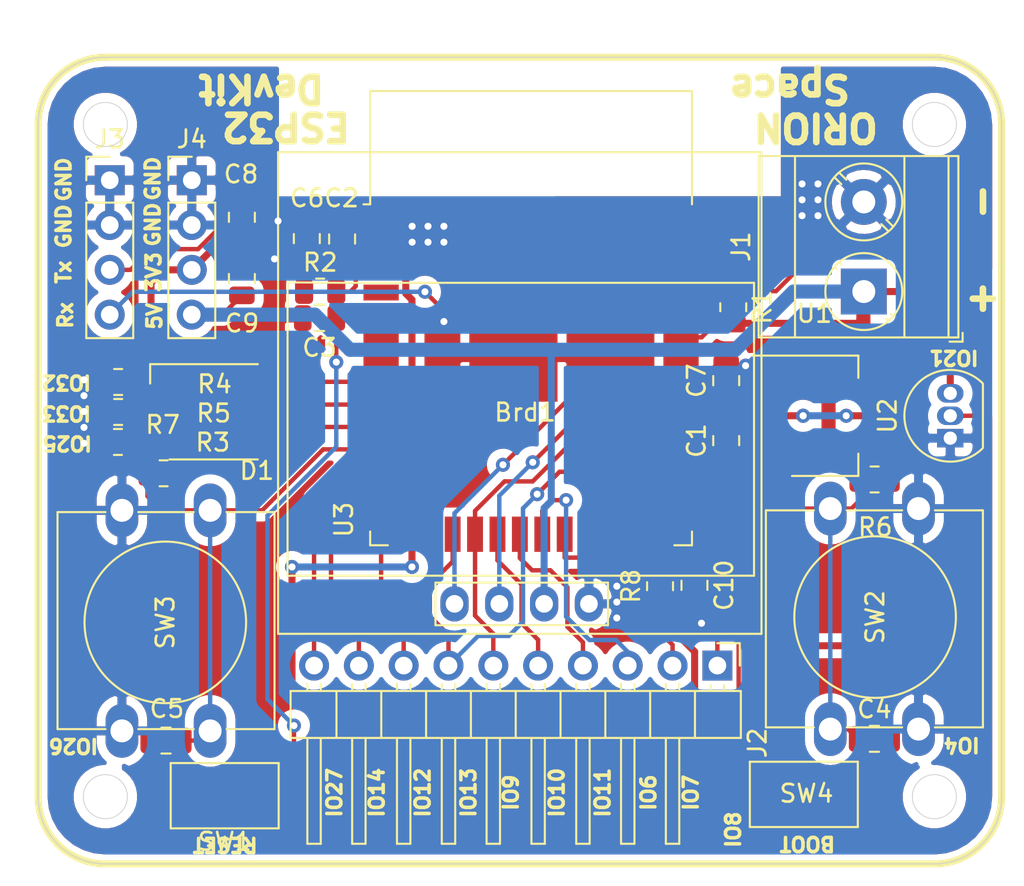
<source format=kicad_pcb>
(kicad_pcb (version 20171130) (host pcbnew "(5.1.9)-1")
  (layers (0 F.Cu signal) (31 B.Cu signal) (34 B.Paste user) (35 F.Paste user) (36 B.SilkS user) (37 F.SilkS user) (38 B.Mask user) (39 F.Mask user) (44 Edge.Cuts user))
  (net 0 "")
  (net 1 +3V3)
  (net 2 +5V)
  (net 3 GND)
  (net 4 /reset)
  (net 5 /scl)
  (net 6 /sda)
  (net 7 /rx)
  (net 8 /tx)
  (net 9 "Net-(D1-Pad1)")
  (net 10 "Net-(D1-Pad2)")
  (net 11 "Net-(D1-Pad3)")
  (net 12 /i022)
  (net 13 /i021)
  (net 14 /i020)
  (net 15 /i019)
  (net 16 /i018)
  (net 17 /i017)
  (net 18 /i016)
  (net 19 /i014)
  (net 20 /i013)
  (net 21 /i012)
  (net 22 /boot)
  (net 23 /io10)
  (net 24 /io9)
  (net 25 /io8)
  (net 26 /io26)
  (net 27 /io11)
  (net 28 /io33)
  (module Package_TO_SOT_SMD:SOT-223-3_TabPin2 (layer F.Cu) (at 196.98 66.04)
    (fp_text reference U1 (at -0.58 -5.79) (layer F.SilkS))
    (fp_text value AMS1117-3.3)
    (pad 2 smd rect (at 3.15 0) (size 2 3.8) (layers F.Cu F.Paste F.Mask) (net 1 +3V3))
    (pad 2 smd rect (at -3.15 0) (size 2 1.5) (layers F.Cu F.Paste F.Mask) (net 1 +3V3))
    (pad 3 smd rect (at -3.15 2.3) (size 2 1.5) (layers F.Cu F.Paste F.Mask) (net 2 +5V))
    (pad 1 smd rect (at -3.15 -2.3) (size 2 1.5) (layers F.Cu F.Paste F.Mask) (net 3 GND))
  )
  (module Connector_PinHeader_2.54mm:PinHeader_1x10_P2.54mm_Horizontal (layer F.Cu) (at 190.9 80.2 270)
    (fp_text reference J2 (at 4.385 -2.27 270) (layer F.SilkS))
    (fp_text value io_extenion)
    (pad 1 thru_hole rect (at 0 0 270) (size 1.7 1.7) (drill 1) (layers *.Cu *.Mask) (net 12 /i022))
    (pad 2 thru_hole oval (at 0 2.54 270) (size 1.7 1.7) (drill 1) (layers *.Cu *.Mask) (net 13 /i021))
    (pad 3 thru_hole oval (at 0 5.08 270) (size 1.7 1.7) (drill 1) (layers *.Cu *.Mask) (net 14 /i020))
    (pad 4 thru_hole oval (at 0 7.62 270) (size 1.7 1.7) (drill 1) (layers *.Cu *.Mask) (net 15 /i019))
    (pad 5 thru_hole oval (at 0 10.16 270) (size 1.7 1.7) (drill 1) (layers *.Cu *.Mask) (net 16 /i018))
    (pad 6 thru_hole oval (at 0 12.7 270) (size 1.7 1.7) (drill 1) (layers *.Cu *.Mask) (net 17 /i017))
    (pad 7 thru_hole oval (at 0 15.24 270) (size 1.7 1.7) (drill 1) (layers *.Cu *.Mask) (net 18 /i016))
    (pad 8 thru_hole oval (at 0 17.78 270) (size 1.7 1.7) (drill 1) (layers *.Cu *.Mask) (net 19 /i014))
    (pad 9 thru_hole oval (at 0 20.32 270) (size 1.7 1.7) (drill 1) (layers *.Cu *.Mask) (net 20 /i013))
    (pad 10 thru_hole oval (at 0 22.86 270) (size 1.7 1.7) (drill 1) (layers *.Cu *.Mask) (net 21 /i012))
  )
  (module Resistor_SMD:R_0805_2012Metric (layer F.Cu) (at 199.812 69.65)
    (fp_text reference R6 (at 0.0375 2.7) (layer F.SilkS))
    (fp_text value R)
    (pad 2 smd roundrect (at 0.9125 0) (size 1.025 1.4) (layers F.Cu F.Paste F.Mask) (roundrect_rratio 0.2439014634146341) (net 1 +3V3))
    (pad 1 smd roundrect (at -0.9125 0) (size 1.025 1.4) (layers F.Cu F.Paste F.Mask) (roundrect_rratio 0.2439014634146341) (net 26 /io26))
  )
  (module Package_TO_SOT_THT:TO-92_Inline (layer F.Cu) (at 204.1 67.31 90)
    (fp_text reference U2 (at 1.27 -3.56 90) (layer F.SilkS))
    (fp_text value DS18B20)
    (pad 2 thru_hole oval (at 1.27 0 90) (size 1.05 1.5) (drill 0.75) (layers *.Cu *.Mask) (net 28 /io33))
    (pad 3 thru_hole oval (at 2.54 0 90) (size 1.05 1.5) (drill 0.75) (layers *.Cu *.Mask) (net 2 +5V))
    (pad 1 thru_hole rect (at 0 0 90) (size 1.05 1.5) (drill 0.75) (layers *.Cu *.Mask) (net 3 GND))
  )
  (module RF_Module:ESP32-WROOM-32 (layer F.Cu) (at 180.34 63.5)
    (fp_text reference U3 (at -10.61 8.43 90) (layer F.SilkS))
    (fp_text value ESP32-WROOM-32)
    (pad 39 smd rect (at -1 -0.755) (size 5 5) (layers F.Cu F.Paste F.Mask) (net 3 GND))
    (pad 1 smd rect (at -8.5 -8.255) (size 2 0.9) (layers F.Cu F.Paste F.Mask) (net 3 GND))
    (pad 2 smd rect (at -8.5 -6.985) (size 2 0.9) (layers F.Cu F.Paste F.Mask) (net 1 +3V3))
    (pad 3 smd rect (at -8.5 -5.715) (size 2 0.9) (layers F.Cu F.Paste F.Mask) (net 4 /reset))
    (pad 4 smd rect (at -8.5 -4.445) (size 2 0.9) (layers F.Cu F.Paste F.Mask))
    (pad 5 smd rect (at -8.5 -3.175) (size 2 0.9) (layers F.Cu F.Paste F.Mask))
    (pad 6 smd rect (at -8.5 -1.905) (size 2 0.9) (layers F.Cu F.Paste F.Mask))
    (pad 7 smd rect (at -8.5 -0.635) (size 2 0.9) (layers F.Cu F.Paste F.Mask))
    (pad 8 smd rect (at -8.5 0.635) (size 2 0.9) (layers F.Cu F.Paste F.Mask) (net 25 /io8))
    (pad 9 smd rect (at -8.5 1.905) (size 2 0.9) (layers F.Cu F.Paste F.Mask) (net 24 /io9))
    (pad 10 smd rect (at -8.5 3.175) (size 2 0.9) (layers F.Cu F.Paste F.Mask) (net 23 /io10))
    (pad 11 smd rect (at -8.5 4.445) (size 2 0.9) (layers F.Cu F.Paste F.Mask) (net 27 /io11))
    (pad 12 smd rect (at -8.5 5.715) (size 2 0.9) (layers F.Cu F.Paste F.Mask) (net 21 /i012))
    (pad 13 smd rect (at -8.5 6.985) (size 2 0.9) (layers F.Cu F.Paste F.Mask) (net 20 /i013))
    (pad 14 smd rect (at -8.5 8.255) (size 2 0.9) (layers F.Cu F.Paste F.Mask) (net 19 /i014))
    (pad 15 smd rect (at -5.715 9.255 90) (size 2 0.9) (layers F.Cu F.Paste F.Mask) (net 3 GND))
    (pad 16 smd rect (at -4.445 9.255 90) (size 2 0.9) (layers F.Cu F.Paste F.Mask) (net 18 /i016))
    (pad 17 smd rect (at -3.175 9.255 90) (size 2 0.9) (layers F.Cu F.Paste F.Mask) (net 17 /i017))
    (pad 18 smd rect (at -1.905 9.255 90) (size 2 0.9) (layers F.Cu F.Paste F.Mask) (net 16 /i018))
    (pad 19 smd rect (at -0.635 9.255 90) (size 2 0.9) (layers F.Cu F.Paste F.Mask) (net 15 /i019))
    (pad 20 smd rect (at 0.635 9.255 90) (size 2 0.9) (layers F.Cu F.Paste F.Mask) (net 14 /i020))
    (pad 21 smd rect (at 1.905 9.255 90) (size 2 0.9) (layers F.Cu F.Paste F.Mask) (net 13 /i021))
    (pad 22 smd rect (at 3.175 9.255 90) (size 2 0.9) (layers F.Cu F.Paste F.Mask) (net 12 /i022))
    (pad 23 smd rect (at 4.445 9.255 90) (size 2 0.9) (layers F.Cu F.Paste F.Mask))
    (pad 24 smd rect (at 5.715 9.255 90) (size 2 0.9) (layers F.Cu F.Paste F.Mask))
    (pad 25 smd rect (at 8.5 8.255) (size 2 0.9) (layers F.Cu F.Paste F.Mask) (net 22 /boot))
    (pad 26 smd rect (at 8.5 6.985) (size 2 0.9) (layers F.Cu F.Paste F.Mask) (net 26 /io26))
    (pad 27 smd rect (at 8.5 5.715) (size 2 0.9) (layers F.Cu F.Paste F.Mask) (net 18 /i016))
    (pad 28 smd rect (at 8.5 4.445) (size 2 0.9) (layers F.Cu F.Paste F.Mask) (net 17 /i017))
    (pad 29 smd rect (at 8.5 3.175) (size 2 0.9) (layers F.Cu F.Paste F.Mask))
    (pad 30 smd rect (at 8.5 1.905) (size 2 0.9) (layers F.Cu F.Paste F.Mask) (net 5 /scl))
    (pad 31 smd rect (at 8.5 0.635) (size 2 0.9) (layers F.Cu F.Paste F.Mask) (net 6 /sda))
    (pad 32 smd rect (at 8.5 -0.635) (size 2 0.9) (layers F.Cu F.Paste F.Mask))
    (pad 33 smd rect (at 8.5 -1.905) (size 2 0.9) (layers F.Cu F.Paste F.Mask) (net 28 /io33))
    (pad 34 smd rect (at 8.5 -3.175) (size 2 0.9) (layers F.Cu F.Paste F.Mask) (net 7 /rx))
    (pad 35 smd rect (at 8.5 -4.445) (size 2 0.9) (layers F.Cu F.Paste F.Mask) (net 8 /tx))
    (pad 36 smd rect (at 8.5 -5.715) (size 2 0.9) (layers F.Cu F.Paste F.Mask))
    (pad 37 smd rect (at 8.5 -6.985) (size 2 0.9) (layers F.Cu F.Paste F.Mask))
    (pad 38 smd rect (at 8.5 -8.255) (size 2 0.9) (layers F.Cu F.Paste F.Mask) (net 3 GND))
  )
  (module Capacitor_SMD:C_0805_2012Metric (layer F.Cu) (at 191.4 67.45 90)
    (fp_text reference C1 (at 0 -1.68 90) (layer F.SilkS))
    (fp_text value C)
    (pad 2 smd roundrect (at 0.95 0 90) (size 1 1.45) (layers F.Cu F.Paste F.Mask) (net 3 GND))
    (pad 1 smd roundrect (at -0.95 0 90) (size 1 1.45) (layers F.Cu F.Paste F.Mask) (net 2 +5V))
  )
  (module Capacitor_SMD:C_0805_2012Metric (layer F.Cu) (at 169.63 56.02 90)
    (fp_text reference C2 (at 2.32 -0.03 180) (layer F.SilkS))
    (fp_text value C)
    (pad 1 smd roundrect (at -0.95 0 90) (size 1 1.45) (layers F.Cu F.Paste F.Mask) (net 1 +3V3))
    (pad 2 smd roundrect (at 0.95 0 90) (size 1 1.45) (layers F.Cu F.Paste F.Mask) (net 3 GND))
  )
  (module Capacitor_SMD:C_0805_2012Metric (layer F.Cu) (at 199.8 84.35)
    (fp_text reference C4 (at 0 -1.68) (layer F.SilkS))
    (fp_text value C)
    (pad 1 smd roundrect (at -0.95 0) (size 1 1.45) (layers F.Cu F.Paste F.Mask) (net 26 /io26))
    (pad 2 smd roundrect (at 0.95 0) (size 1 1.45) (layers F.Cu F.Paste F.Mask) (net 3 GND))
  )
  (module Capacitor_SMD:C_0805_2012Metric (layer F.Cu) (at 159.65 84.45 180)
    (fp_text reference C5 (at -0.05 1.8) (layer F.SilkS))
    (fp_text value C)
    (pad 2 smd roundrect (at 0.95 0 180) (size 1 1.45) (layers F.Cu F.Paste F.Mask) (net 3 GND))
    (pad 1 smd roundrect (at -0.95 0 180) (size 1 1.45) (layers F.Cu F.Paste F.Mask) (net 27 /io11))
  )
  (module LED_SMD:LED_RGB_5050-6 (layer F.Cu) (at 162.35 65.815)
    (fp_text reference D1 (at 2.45 3.335 180) (layer F.SilkS))
    (fp_text value LED_RGB)
    (pad 1 smd rect (at -2.4 -1.7 90) (size 1.1 2) (layers F.Cu F.Paste F.Mask) (net 9 "Net-(D1-Pad1)"))
    (pad 2 smd rect (at -2.4 0 90) (size 1.1 2) (layers F.Cu F.Paste F.Mask) (net 10 "Net-(D1-Pad2)"))
    (pad 3 smd rect (at -2.4 1.7 90) (size 1.1 2) (layers F.Cu F.Paste F.Mask) (net 11 "Net-(D1-Pad3)"))
    (pad 4 smd rect (at 2.4 1.7 90) (size 1.1 2) (layers F.Cu F.Paste F.Mask) (net 23 /io10))
    (pad 5 smd rect (at 2.4 0 90) (size 1.1 2) (layers F.Cu F.Paste F.Mask) (net 24 /io9))
    (pad 6 smd rect (at 2.4 -1.7 90) (size 1.1 2) (layers F.Cu F.Paste F.Mask) (net 25 /io8))
  )
  (module TerminalBlock_Phoenix:TerminalBlock_Phoenix_MKDS-3-2-5.08_1x02_P5.08mm_Horizontal (layer F.Cu) (at 199.2 59 90)
    (fp_text reference J1 (at 2.54 -6.96 90) (layer F.SilkS))
    (fp_text value power_input)
    (pad 1 thru_hole rect (at 0 0 90) (size 2.6 2.6) (drill 1.3) (layers *.Cu *.Mask) (net 2 +5V))
    (pad 2 thru_hole circle (at 5.08 0 90) (size 2.6 2.6) (drill 1.3) (layers *.Cu *.Mask) (net 3 GND))
  )
  (module Resistor_SMD:R_0805_2012Metric (layer F.Cu) (at 191.8 59.8875 270)
    (fp_text reference R1 (at 0 -1.65 90) (layer F.SilkS))
    (fp_text value 4.7k)
    (pad 1 smd roundrect (at -0.9125 0 270) (size 1.025 1.4) (layers F.Cu F.Paste F.Mask) (roundrect_rratio 0.2439014634146341) (net 28 /io33))
    (pad 2 smd roundrect (at 0.9125 0 270) (size 1.025 1.4) (layers F.Cu F.Paste F.Mask) (roundrect_rratio 0.2439014634146341) (net 2 +5V))
  )
  (module Resistor_SMD:R_0805_2012Metric (layer F.Cu) (at 156.925 67.525)
    (fp_text reference R3 (at 5.375 0.025) (layer F.SilkS))
    (fp_text value 220R)
    (pad 2 smd roundrect (at 0.9125 0) (size 1.025 1.4) (layers F.Cu F.Paste F.Mask) (roundrect_rratio 0.2439014634146341) (net 11 "Net-(D1-Pad3)"))
    (pad 1 smd roundrect (at -0.9125 0) (size 1.025 1.4) (layers F.Cu F.Paste F.Mask) (roundrect_rratio 0.2439014634146341) (net 3 GND))
  )
  (module Resistor_SMD:R_0805_2012Metric (layer F.Cu) (at 156.938 65.825)
    (fp_text reference R4 (at 5.4625 -1.575) (layer F.SilkS))
    (fp_text value 220R)
    (pad 1 smd roundrect (at -0.9125 0) (size 1.025 1.4) (layers F.Cu F.Paste F.Mask) (roundrect_rratio 0.2439014634146341) (net 3 GND))
    (pad 2 smd roundrect (at 0.9125 0) (size 1.025 1.4) (layers F.Cu F.Paste F.Mask) (roundrect_rratio 0.2439014634146341) (net 10 "Net-(D1-Pad2)"))
  )
  (module Resistor_SMD:R_0805_2012Metric (layer F.Cu) (at 156.938 64.125)
    (fp_text reference R5 (at 5.4125 1.775) (layer F.SilkS))
    (fp_text value 220R)
    (pad 2 smd roundrect (at 0.9125 0) (size 1.025 1.4) (layers F.Cu F.Paste F.Mask) (roundrect_rratio 0.2439014634146341) (net 9 "Net-(D1-Pad1)"))
    (pad 1 smd roundrect (at -0.9125 0) (size 1.025 1.4) (layers F.Cu F.Paste F.Mask) (roundrect_rratio 0.2439014634146341) (net 3 GND))
  )
  (module Resistor_SMD:R_0805_2012Metric (layer F.Cu) (at 159.5125 69.3)
    (fp_text reference R7 (at -0.05 -2.75) (layer F.SilkS))
    (fp_text value R)
    (pad 1 smd roundrect (at -0.9125 0) (size 1.025 1.4) (layers F.Cu F.Paste F.Mask) (roundrect_rratio 0.2439014634146341) (net 27 /io11))
    (pad 2 smd roundrect (at 0.9125 0) (size 1.025 1.4) (layers F.Cu F.Paste F.Mask) (roundrect_rratio 0.2439014634146341) (net 1 +3V3))
  )
  (module Button_Switch_THT:SW_PUSH-12mm (layer F.Cu) (at 197.3 83.8 90)
    (fp_text reference SW2 (at 6.35 2.54 90) (layer F.SilkS))
    (fp_text value SW_Push)
    (pad 1 thru_hole oval (at 12.5 0 90) (size 3.048 1.85) (drill 1.3) (layers *.Cu *.Mask) (net 26 /io26))
    (pad 2 thru_hole oval (at 12.5 5 90) (size 3.048 1.85) (drill 1.3) (layers *.Cu *.Mask) (net 3 GND))
    (pad 1 thru_hole oval (at 0 0 90) (size 3.048 1.85) (drill 1.3) (layers *.Cu *.Mask) (net 26 /io26))
    (pad 2 thru_hole oval (at 0 5 90) (size 3.048 1.85) (drill 1.3) (layers *.Cu *.Mask) (net 3 GND))
  )
  (module Button_Switch_THT:SW_PUSH-12mm (layer F.Cu) (at 162.15 71.4 270)
    (fp_text reference SW3 (at 6.35 2.54 90) (layer F.SilkS))
    (fp_text value SW_Push)
    (pad 2 thru_hole oval (at 0 5 270) (size 3.048 1.85) (drill 1.3) (layers *.Cu *.Mask) (net 3 GND))
    (pad 1 thru_hole oval (at 0 0 270) (size 3.048 1.85) (drill 1.3) (layers *.Cu *.Mask) (net 27 /io11))
    (pad 2 thru_hole oval (at 12.5 5 270) (size 3.048 1.85) (drill 1.3) (layers *.Cu *.Mask) (net 3 GND))
    (pad 1 thru_hole oval (at 12.5 0 270) (size 3.048 1.85) (drill 1.3) (layers *.Cu *.Mask) (net 27 /io11))
  )
  (module Capacitor_SMD:C_0805_2012Metric (layer F.Cu) (at 167.63 56 90)
    (fp_text reference C6 (at 2.3 0.02 180) (layer F.SilkS))
    (fp_text value C)
    (pad 1 smd roundrect (at -0.95 0 90) (size 1 1.45) (layers F.Cu F.Paste F.Mask) (net 1 +3V3))
    (pad 2 smd roundrect (at 0.95 0 90) (size 1 1.45) (layers F.Cu F.Paste F.Mask) (net 3 GND))
  )
  (module Capacitor_SMD:C_0805_2012Metric (layer F.Cu) (at 191.4 64.05 90)
    (fp_text reference C7 (at 0 -1.68 90) (layer F.SilkS))
    (fp_text value C)
    (pad 2 smd roundrect (at 0.95 0 90) (size 1 1.45) (layers F.Cu F.Paste F.Mask) (net 3 GND))
    (pad 1 smd roundrect (at -0.95 0 90) (size 1 1.45) (layers F.Cu F.Paste F.Mask) (net 1 +3V3))
  )
  (module Capacitor_SMD:C_0805_2012Metric (layer F.Cu) (at 163.95 54.79 90)
    (fp_text reference C8 (at 2.44 -0.05 180) (layer F.SilkS))
    (fp_text value C)
    (pad 1 smd roundrect (at -0.95 0 90) (size 1 1.45) (layers F.Cu F.Paste F.Mask) (net 1 +3V3))
    (pad 2 smd roundrect (at 0.95 0 90) (size 1 1.45) (layers F.Cu F.Paste F.Mask) (net 3 GND))
  )
  (module Capacitor_SMD:C_0805_2012Metric (layer F.Cu) (at 163.95 58.265 90)
    (fp_text reference C9 (at -2.535 0 180) (layer F.SilkS))
    (fp_text value C)
    (pad 1 smd roundrect (at -0.95 0 90) (size 1 1.45) (layers F.Cu F.Paste F.Mask) (net 2 +5V))
    (pad 2 smd roundrect (at 0.95 0 90) (size 1 1.45) (layers F.Cu F.Paste F.Mask) (net 3 GND))
  )
  (module Connector_PinHeader_2.54mm:PinHeader_1x04_P2.54mm_Vertical (layer F.Cu) (at 156.46 52.69)
    (fp_text reference J3 (at 0 -2.33) (layer F.SilkS))
    (fp_text value power_extension)
    (pad 1 thru_hole rect (at 0 0) (size 1.7 1.7) (drill 1) (layers *.Cu *.Mask) (net 3 GND))
    (pad 2 thru_hole oval (at 0 2.54) (size 1.7 1.7) (drill 1) (layers *.Cu *.Mask) (net 3 GND))
    (pad 3 thru_hole oval (at 0 5.08) (size 1.7 1.7) (drill 1) (layers *.Cu *.Mask) (net 8 /tx))
    (pad 4 thru_hole oval (at 0 7.62) (size 1.7 1.7) (drill 1) (layers *.Cu *.Mask) (net 7 /rx))
  )
  (module Connector_PinHeader_2.54mm:PinHeader_1x04_P2.54mm_Vertical (layer F.Cu) (at 161.11 52.69)
    (fp_text reference J4 (at 0 -2.33) (layer F.SilkS))
    (fp_text value power_extension)
    (pad 4 thru_hole oval (at 0 7.62) (size 1.7 1.7) (drill 1) (layers *.Cu *.Mask) (net 2 +5V))
    (pad 3 thru_hole oval (at 0 5.08) (size 1.7 1.7) (drill 1) (layers *.Cu *.Mask) (net 1 +3V3))
    (pad 2 thru_hole oval (at 0 2.54) (size 1.7 1.7) (drill 1) (layers *.Cu *.Mask) (net 3 GND))
    (pad 1 thru_hole rect (at 0 0) (size 1.7 1.7) (drill 1) (layers *.Cu *.Mask) (net 3 GND))
  )
  (module Capacitor_SMD:C_0805_2012Metric (layer F.Cu) (at 189.6 75.65 270)
    (fp_text reference C10 (at 0 -1.68 90) (layer F.SilkS))
    (fp_text value C)
    (pad 1 smd roundrect (at -0.95 0 270) (size 1 1.45) (layers F.Cu F.Paste F.Mask) (net 22 /boot))
    (pad 2 smd roundrect (at 0.95 0 270) (size 1 1.45) (layers F.Cu F.Paste F.Mask) (net 3 GND))
  )
  (module Resistor_SMD:R_0805_2012Metric (layer F.Cu) (at 187.65 75.7 90)
    (fp_text reference R8 (at 0 -1.65 90) (layer F.SilkS))
    (fp_text value R)
    (pad 1 smd roundrect (at -0.9125 0 90) (size 1.025 1.4) (layers F.Cu F.Paste F.Mask) (roundrect_rratio 0.2439014634146341) (net 1 +3V3))
    (pad 2 smd roundrect (at 0.9125 0 90) (size 1.025 1.4) (layers F.Cu F.Paste F.Mask) (roundrect_rratio 0.2439014634146341) (net 22 /boot))
  )
  (module Button_Switch_SMD:SW_SPST_CK_RS282G05A3 (layer F.Cu) (at 195.8 87.5)
    (fp_text reference SW4 (at 0.15 -0.05) (layer F.SilkS))
    (fp_text value SW_Push)
    (pad 1 smd rect (at -3.9 0) (size 1.5 1.5) (layers F.Cu F.Paste F.Mask) (net 22 /boot))
    (pad 2 smd rect (at 3.9 0) (size 1.5 1.5) (layers F.Cu F.Paste F.Mask) (net 3 GND))
  )
  (module Capacitor_SMD:C_0805_2012Metric (layer F.Cu) (at 168.35 60.5 180)
    (fp_text reference C3 (at 0 -1.68) (layer F.SilkS))
    (fp_text value C)
    (pad 1 smd roundrect (at -0.95 0 180) (size 1 1.45) (layers F.Cu F.Paste F.Mask) (net 4 /reset))
    (pad 2 smd roundrect (at 0.95 0 180) (size 1 1.45) (layers F.Cu F.Paste F.Mask) (net 3 GND))
  )
  (module Resistor_SMD:R_0805_2012Metric (layer F.Cu) (at 168.3875 59)
    (fp_text reference R2 (at 0 -1.65) (layer F.SilkS))
    (fp_text value R)
    (pad 1 smd roundrect (at -0.9125 0) (size 1.025 1.4) (layers F.Cu F.Paste F.Mask) (roundrect_rratio 0.2439014634146341) (net 1 +3V3))
    (pad 2 smd roundrect (at 0.9125 0) (size 1.025 1.4) (layers F.Cu F.Paste F.Mask) (roundrect_rratio 0.2439014634146341) (net 4 /reset))
  )
  (module Button_Switch_SMD:SW_SPST_CK_RS282G05A3 (layer F.Cu) (at 162.974999 87.574999 180)
    (fp_text reference SW1 (at 0 -2.6) (layer F.SilkS))
    (fp_text value SW_Push)
    (pad 1 smd rect (at -3.9 0 180) (size 1.5 1.5) (layers F.Cu F.Paste F.Mask) (net 4 /reset))
    (pad 2 smd rect (at 3.9 0 180) (size 1.5 1.5) (layers F.Cu F.Paste F.Mask) (net 3 GND))
  )
  (module local:oled_ssd1306 (layer F.Cu) (at 180 66.1 180)
    (fp_text reference Brd1 (at 0 0.254) (layer F.SilkS))
    (fp_text value SSD1306)
    (pad 4 thru_hole oval (at 4 -10.6 270) (size 2 1.6) (drill 1) (layers *.Cu *.Mask) (net 6 /sda))
    (pad 3 thru_hole oval (at 1.46 -10.6 270) (size 2 1.6) (drill 1) (layers *.Cu *.Mask) (net 5 /scl))
    (pad 1 thru_hole oval (at -3.62 -10.6 270) (size 2 1.6) (drill 1) (layers *.Cu *.Mask) (net 3 GND))
    (pad 2 thru_hole oval (at -1.08 -10.6 270) (size 2 1.6) (drill 1) (layers *.Cu *.Mask) (net 2 +5V))
  )
  (gr_text DevKit (at 165.05 47.5 180) (layer F.SilkS) (effects (font (size 1.5 1.5) (thickness 0.375))))
  (gr_text ESP32 (at 166.45 49.65 180) (layer F.SilkS) (effects (font (size 1.5 1.5) (thickness 0.375))))
  (gr_text Space (at 195 47.5 180) (layer F.SilkS) (effects (font (size 1.5 1.5) (thickness 0.375))))
  (gr_text "ORION \n" (at 195.9 49.7 180) (layer F.SilkS) (effects (font (size 1.5 1.5) (thickness 0.375))))
  (gr_text - (at 205.85 53.9 90) (layer F.SilkS) (effects (font (size 1.5 1.5) (thickness 0.375))))
  (gr_text + (at 205.95 59.3) (layer F.SilkS) (effects (font (size 1.5 1.5) (thickness 0.375))))
  (gr_text IO21 (at 204.3 62.75 180) (layer F.SilkS) (effects (font (size 0.8 0.8) (thickness 0.2))))
  (gr_text 5V (at 159 60.4 90) (layer F.SilkS) (effects (font (size 0.8 0.8) (thickness 0.2))))
  (gr_text GND (at 158.9 55.2 90) (layer F.SilkS) (effects (font (size 0.8 0.8) (thickness 0.2))))
  (gr_text Rx (at 153.95 60.35 90) (layer F.SilkS) (effects (font (size 0.8 0.8) (thickness 0.2))))
  (gr_text Tx (at 153.85 57.9 90) (layer F.SilkS) (effects (font (size 0.8 0.8) (thickness 0.2))))
  (gr_text GND (at 153.85 52.65 90) (layer F.SilkS) (effects (font (size 0.8 0.8) (thickness 0.2))))
  (gr_text GND (at 153.85 55.3 90) (layer F.SilkS) (effects (font (size 0.8 0.8) (thickness 0.2))))
  (gr_text 3V3 (at 158.95 57.9 90) (layer F.SilkS) (effects (font (size 0.8 0.8) (thickness 0.2))))
  (gr_text GND (at 158.9 52.6 90) (layer F.SilkS) (effects (font (size 0.8 0.8) (thickness 0.2))))
  (gr_text IO33 (at 154 65.9 180) (layer F.SilkS) (effects (font (size 0.8 0.8) (thickness 0.2))))
  (gr_text IO32 (at 154 64.15 180) (layer F.SilkS) (effects (font (size 0.8 0.8) (thickness 0.2))))
  (gr_text IO25 (at 154.05 67.6 180) (layer F.SilkS) (effects (font (size 0.8 0.8) (thickness 0.2))))
  (gr_text IO26 (at 154.4 84.75 180) (layer F.SilkS) (effects (font (size 0.8 0.8) (thickness 0.2))))
  (gr_text IO4 (at 204.75 84.7 180) (layer F.SilkS) (effects (font (size 0.8 0.8) (thickness 0.2))))
  (gr_text IO8 (at 191.8 89.5 90) (layer F.SilkS) (effects (font (size 0.8 0.8) (thickness 0.2))))
  (gr_text IO7 (at 189.4 87.4 90) (layer F.SilkS) (effects (font (size 0.8 0.8) (thickness 0.2))))
  (gr_text IO6 (at 187 87.4 90) (layer F.SilkS) (effects (font (size 0.8 0.8) (thickness 0.2))))
  (gr_text IO11 (at 184.4 87.4 90) (layer F.SilkS) (effects (font (size 0.8 0.8) (thickness 0.2))))
  (gr_text IO10 (at 181.8 87.4 90) (layer F.SilkS) (effects (font (size 0.8 0.8) (thickness 0.2))))
  (gr_text IO9 (at 179.2 87.4 90) (layer F.SilkS) (effects (font (size 0.8 0.8) (thickness 0.2))))
  (gr_text IO13 (at 176.8 87.4 90) (layer F.SilkS) (effects (font (size 0.8 0.8) (thickness 0.2))))
  (gr_text IO12 (at 174.2 87.4 90) (layer F.SilkS) (effects (font (size 0.8 0.8) (thickness 0.2))))
  (gr_text IO14 (at 171.6 87.4 90) (layer F.SilkS) (effects (font (size 0.8 0.8) (thickness 0.2))))
  (gr_text "IO27\n" (at 169.2 87.4 90) (layer F.SilkS) (effects (font (size 0.8 0.8) (thickness 0.2))))
  (gr_text BOOT (at 196 90.3 180) (layer F.SilkS) (effects (font (size 0.8 0.8) (thickness 0.2))))
  (gr_text RESET (at 163 90.35 180) (layer F.SilkS) (effects (font (size 0.8 0.8) (thickness 0.2))))
  (gr_circle (center 156.21 87.63) (end 157.46 87.63) (layer Edge.Cuts) (width 0.05))
  (gr_circle (center 203.2 87.63) (end 204.45 87.63) (layer Edge.Cuts) (width 0.05))
  (gr_circle (center 203.2 49.53) (end 204.45 49.53) (layer Edge.Cuts) (width 0.05))
  (gr_circle (center 156.21 49.53) (end 157.46 49.53) (layer Edge.Cuts) (width 0.05))
  (gr_arc (start 156.21 87.63) (end 152.4 87.63) (angle -90) (layer F.SilkS) (width 0.4))
  (gr_arc (start 203.2 87.63) (end 203.2 91.44) (angle -90) (layer F.SilkS) (width 0.4))
  (gr_arc (start 203.2 49.53) (end 207.01 49.53) (angle -90) (layer F.SilkS) (width 0.4))
  (gr_arc (start 156.21 49.53) (end 156.21 45.72) (angle -90) (layer F.SilkS) (width 0.4))
  (gr_line (start 152.4 87.63) (end 152.4 49.53) (layer F.SilkS) (width 0.4))
  (gr_line (start 203.2 91.44) (end 156.21 91.44) (layer F.SilkS) (width 0.4))
  (gr_line (start 207.01 49.53) (end 207.01 87.63) (layer F.SilkS) (width 0.4))
  (gr_line (start 156.21 45.72) (end 203.2 45.72) (layer F.SilkS) (width 0.4))
  (gr_line (start 152.4 49.53) (end 152.4 87.63) (layer Edge.Cuts) (width 0.05))
  (gr_line (start 156.21 91.44) (end 203.2 91.44) (layer Edge.Cuts) (width 0.05))
  (gr_line (start 207.01 49.53) (end 207.01 87.63) (layer Edge.Cuts) (width 0.05))
  (gr_line (start 156.21 45.72) (end 203.2 45.72) (layer Edge.Cuts) (width 0.05))
  (gr_arc (start 156.21 49.53) (end 156.21 45.72) (angle -90) (layer Edge.Cuts) (width 0.05))
  (gr_arc (start 156.21 87.63) (end 152.4 87.63) (angle -90) (layer Edge.Cuts) (width 0.05))
  (gr_arc (start 203.2 87.63) (end 203.2 91.44) (angle -90) (layer Edge.Cuts) (width 0.05))
  (gr_arc (start 203.2 49.53) (end 207.01 49.53) (angle -90) (layer Edge.Cuts) (width 0.05))
  (segment (start 167.4675 56.95) (end 167.63 56.95) (width 0.25) (layer F.Cu) (net 1))
  (segment (start 167.4675 56.95) (end 167.4675 58.55) (width 0.25) (layer F.Cu) (net 1))
  (segment (start 163.95 55.7581) (end 163.95 55.74) (width 0.25) (layer F.Cu) (net 1))
  (segment (start 169.63 56.97) (end 170.0597 56.97) (width 0.25) (layer F.Cu) (net 1))
  (segment (start 172.5486 56.515) (end 171.84 56.515) (width 0.25) (layer F.Cu) (net 1))
  (segment (start 166.789999 81.289999) (end 166.789999 74.610001) (width 0.4) (layer F.Cu) (net 1))
  (segment (start 174.6 89.1) (end 166.789999 81.289999) (width 0.4) (layer F.Cu) (net 1))
  (via (at 166.789999 74.610001) (size 0.8) (drill 0.4) (layers F.Cu B.Cu) (net 1))
  (segment (start 166.789999 74.610001) (end 173.589999 74.610001) (width 0.4) (layer B.Cu) (net 1))
  (via (at 173.589999 74.610001) (size 0.8) (drill 0.4) (layers F.Cu B.Cu) (net 1))
  (segment (start 172.740002 56.515) (end 171.84 56.515) (width 0.4) (layer F.Cu) (net 1))
  (segment (start 173.240001 57.014999) (end 172.740002 56.515) (width 0.4) (layer F.Cu) (net 1))
  (segment (start 173.240001 59.111993) (end 173.240001 57.014999) (width 0.4) (layer F.Cu) (net 1))
  (segment (start 173.589999 59.461991) (end 173.240001 59.111993) (width 0.4) (layer F.Cu) (net 1))
  (segment (start 173.589999 74.610001) (end 173.589999 59.461991) (width 0.4) (layer F.Cu) (net 1))
  (segment (start 188.3 89.1) (end 174.6 89.1) (width 0.4) (layer F.Cu) (net 1))
  (segment (start 169.63 56.97) (end 170.13 56.97) (width 0.4) (layer F.Cu) (net 1))
  (segment (start 170.585 56.515) (end 171.84 56.515) (width 0.4) (layer F.Cu) (net 1))
  (segment (start 170.13 56.97) (end 170.585 56.515) (width 0.4) (layer F.Cu) (net 1))
  (segment (start 169.61 56.95) (end 169.63 56.97) (width 0.4) (layer F.Cu) (net 1))
  (segment (start 167.63 56.95) (end 169.61 56.95) (width 0.4) (layer F.Cu) (net 1))
  (segment (start 166.784002 56.95) (end 167.63 56.95) (width 0.4) (layer F.Cu) (net 1))
  (segment (start 165.574002 55.74) (end 166.784002 56.95) (width 0.4) (layer F.Cu) (net 1))
  (segment (start 163.95 55.74) (end 165.574002 55.74) (width 0.4) (layer F.Cu) (net 1))
  (segment (start 163.14 55.74) (end 163.95 55.74) (width 0.4) (layer F.Cu) (net 1))
  (segment (start 161.11 57.77) (end 163.14 55.74) (width 0.4) (layer F.Cu) (net 1))
  (segment (start 193.83 66.04) (end 195.76 66.04) (width 0.4) (layer F.Cu) (net 1))
  (via (at 195.76 66.04) (size 0.8) (drill 0.4) (layers F.Cu B.Cu) (net 1))
  (via (at 195.76 66.04) (size 0.8) (drill 0.4) (layers F.Cu B.Cu) (net 1))
  (segment (start 195.76 66.04) (end 198.16 66.04) (width 0.4) (layer B.Cu) (net 1))
  (via (at 198.2 66.04) (size 0.8) (drill 0.4) (layers F.Cu B.Cu) (net 1))
  (segment (start 198.16 66.04) (end 198.2 66.04) (width 0.4) (layer B.Cu) (net 1))
  (segment (start 198.2 66.04) (end 200.13 66.04) (width 0.4) (layer F.Cu) (net 1))
  (segment (start 200.13 66.04) (end 200.13 68.03) (width 0.4) (layer F.Cu) (net 1))
  (segment (start 200.7245 68.6245) (end 200.7245 69.65) (width 0.4) (layer F.Cu) (net 1))
  (segment (start 200.13 68.03) (end 200.7245 68.6245) (width 0.4) (layer F.Cu) (net 1))
  (segment (start 195.2753 86.344702) (end 192.520002 89.1) (width 0.4) (layer F.Cu) (net 1))
  (segment (start 195.2753 79.8247) (end 195.2753 86.344702) (width 0.4) (layer F.Cu) (net 1))
  (segment (start 196.0247 79.0753) (end 195.2753 79.8247) (width 0.4) (layer F.Cu) (net 1))
  (segment (start 200.4247 79.0753) (end 196.0247 79.0753) (width 0.4) (layer F.Cu) (net 1))
  (segment (start 204.2 75.3) (end 200.4247 79.0753) (width 0.4) (layer F.Cu) (net 1))
  (segment (start 204.2 70.3) (end 204.2 75.3) (width 0.4) (layer F.Cu) (net 1))
  (segment (start 202.1 68.2) (end 204.2 70.3) (width 0.4) (layer F.Cu) (net 1))
  (segment (start 202.1 66.6) (end 202.1 68.2) (width 0.4) (layer F.Cu) (net 1))
  (segment (start 201.54 66.04) (end 202.1 66.6) (width 0.4) (layer F.Cu) (net 1))
  (segment (start 200.13 66.04) (end 201.54 66.04) (width 0.4) (layer F.Cu) (net 1))
  (segment (start 192.79 65) (end 193.83 66.04) (width 0.4) (layer F.Cu) (net 1))
  (segment (start 191.4 65) (end 192.79 65) (width 0.4) (layer F.Cu) (net 1))
  (segment (start 159.53 57.77) (end 161.11 57.77) (width 0.4) (layer F.Cu) (net 1))
  (segment (start 161.8 62.6) (end 159.6 62.6) (width 0.4) (layer F.Cu) (net 1))
  (segment (start 158.8 61.8) (end 158.8 58.5) (width 0.4) (layer F.Cu) (net 1))
  (segment (start 162.5 63.3) (end 161.8 62.6) (width 0.4) (layer F.Cu) (net 1))
  (segment (start 158.8 58.5) (end 159.53 57.77) (width 0.4) (layer F.Cu) (net 1))
  (segment (start 162.5 68.3) (end 162.5 63.3) (width 0.4) (layer F.Cu) (net 1))
  (segment (start 159.6 62.6) (end 158.8 61.8) (width 0.4) (layer F.Cu) (net 1))
  (segment (start 161.5 69.3) (end 162.5 68.3) (width 0.4) (layer F.Cu) (net 1))
  (segment (start 160.425 69.3) (end 161.5 69.3) (width 0.4) (layer F.Cu) (net 1))
  (segment (start 187.65 76.6125) (end 187.65 77.45) (width 0.4) (layer F.Cu) (net 1))
  (segment (start 189.610001 89.089999) (end 189.6 89.1) (width 0.4) (layer F.Cu) (net 1))
  (segment (start 189.610001 79.410001) (end 189.610001 89.089999) (width 0.4) (layer F.Cu) (net 1))
  (segment (start 187.65 77.45) (end 189.610001 79.410001) (width 0.4) (layer F.Cu) (net 1))
  (segment (start 189.6 89.1) (end 188.3 89.1) (width 0.4) (layer F.Cu) (net 1))
  (segment (start 192.520002 89.1) (end 189.6 89.1) (width 0.4) (layer F.Cu) (net 1))
  (segment (start 161.11 60.31) (end 162.855 60.31) (width 0.25) (layer F.Cu) (net 2))
  (segment (start 162.855 60.31) (end 163.95 59.215) (width 0.25) (layer F.Cu) (net 2))
  (segment (start 199.175 60.5607) (end 199.175 61.5328) (width 0.8) (layer F.Cu) (net 2))
  (segment (start 199.175 59.0043) (end 199.175 60.5607) (width 0.8) (layer F.Cu) (net 2))
  (segment (start 199.175 61.5328) (end 199.175 62.025) (width 0.8) (layer F.Cu) (net 2))
  (segment (start 199.175 62.025) (end 197.2 64) (width 0.8) (layer F.Cu) (net 2))
  (segment (start 197.2 64) (end 197.2 67.6) (width 0.8) (layer F.Cu) (net 2))
  (segment (start 197.2 67.6) (end 196.46 68.34) (width 0.8) (layer F.Cu) (net 2))
  (segment (start 196.46 68.34) (end 193.83 68.34) (width 0.8) (layer F.Cu) (net 2))
  (segment (start 199.175 59.0043) (end 199.1957 59.0043) (width 0.25) (layer F.Cu) (net 2))
  (segment (start 199.1957 59.0043) (end 199.2 59) (width 0.25) (layer F.Cu) (net 2))
  (segment (start 199.175 58.42) (end 199.175 59.0043) (width 0.8) (layer F.Cu) (net 2))
  (segment (start 168.090002 60.31) (end 161.11 60.31) (width 0.8) (layer B.Cu) (net 2))
  (segment (start 170.080003 62.300001) (end 168.090002 60.31) (width 0.8) (layer B.Cu) (net 2))
  (segment (start 195.219998 59) (end 191.919997 62.300001) (width 0.8) (layer B.Cu) (net 2))
  (segment (start 199.2 59) (end 195.219998 59) (width 0.8) (layer B.Cu) (net 2))
  (segment (start 181.485501 62.385503) (end 181.399999 62.300001) (width 0.4) (layer B.Cu) (net 2))
  (segment (start 181.485501 70.869101) (end 181.485501 62.385503) (width 0.4) (layer B.Cu) (net 2))
  (segment (start 181.08 76.6) (end 181.08 71.274602) (width 0.4) (layer B.Cu) (net 2))
  (segment (start 181.08 71.274602) (end 181.485501 70.869101) (width 0.4) (layer B.Cu) (net 2))
  (segment (start 181.399999 62.300001) (end 170.080003 62.300001) (width 0.8) (layer B.Cu) (net 2))
  (segment (start 191.919997 62.300001) (end 181.399999 62.300001) (width 0.8) (layer B.Cu) (net 2))
  (segment (start 204.1 64.77) (end 204.1 60.3) (width 0.4) (layer F.Cu) (net 2))
  (segment (start 202.8 59) (end 199.2 59) (width 0.4) (layer F.Cu) (net 2))
  (segment (start 204.1 60.3) (end 202.8 59) (width 0.4) (layer F.Cu) (net 2))
  (segment (start 198.9357 60.8) (end 199.175 60.5607) (width 0.4) (layer F.Cu) (net 2))
  (segment (start 191.8 60.8) (end 198.9357 60.8) (width 0.4) (layer F.Cu) (net 2))
  (segment (start 193.77 68.4) (end 193.83 68.34) (width 0.4) (layer F.Cu) (net 2))
  (segment (start 191.4 68.4) (end 193.77 68.4) (width 0.4) (layer F.Cu) (net 2))
  (via (at 190 77.8) (size 0.8) (drill 0.4) (layers F.Cu B.Cu) (net 3))
  (segment (start 192.5 63.2) (end 193.29 63.2) (width 0.25) (layer F.Cu) (net 3))
  (segment (start 193.29 63.2) (end 193.83 63.74) (width 0.25) (layer F.Cu) (net 3))
  (segment (start 192.5 63.2) (end 191.5 63.2) (width 0.25) (layer F.Cu) (net 3))
  (segment (start 191.5 63.2) (end 191.4 63.1) (width 0.25) (layer F.Cu) (net 3))
  (segment (start 202.3 71.3) (end 202.3 83.8) (width 0.25) (layer B.Cu) (net 3))
  (segment (start 157.15 71.4) (end 157.15 83.9) (width 0.25) (layer B.Cu) (net 3))
  (segment (start 157.15 83.9) (end 158.15 83.9) (width 0.25) (layer F.Cu) (net 3))
  (segment (start 158.15 83.9) (end 158.7 84.45) (width 0.25) (layer F.Cu) (net 3))
  (segment (start 191.4 66.5) (end 190.675 66.5) (width 0.25) (layer F.Cu) (net 3))
  (segment (start 190.675 66.5) (end 190.2 66.025) (width 0.25) (layer F.Cu) (net 3))
  (segment (start 190.2 66.025) (end 190.2 63.8) (width 0.25) (layer F.Cu) (net 3))
  (segment (start 190.2 63.8) (end 190.9 63.1) (width 0.25) (layer F.Cu) (net 3))
  (segment (start 190.9 63.1) (end 191.4 63.1) (width 0.25) (layer F.Cu) (net 3))
  (via (at 192.5 63.2) (size 0.8) (layers F.Cu B.Cu) (net 3))
  (via (at 185.2 77.5) (size 0.8) (layers F.Cu B.Cu) (net 3))
  (via (at 185.2 75.7) (size 0.8) (layers F.Cu B.Cu) (net 3))
  (via (at 185.2 76.6) (size 0.8) (layers F.Cu B.Cu) (net 3))
  (via (at 175.4 55.3) (size 0.8) (layers F.Cu B.Cu) (net 3))
  (via (at 174.5 55.3) (size 0.8) (layers F.Cu B.Cu) (net 3))
  (via (at 173.6 55.3) (size 0.8) (layers F.Cu B.Cu) (net 3))
  (via (at 196.6 54.7) (size 0.8) (layers F.Cu B.Cu) (net 3))
  (via (at 196.6 52.9) (size 0.8) (layers F.Cu B.Cu) (net 3))
  (via (at 195.7 54.7) (size 0.8) (layers F.Cu B.Cu) (net 3))
  (via (at 195.7 52.9) (size 0.8) (layers F.Cu B.Cu) (net 3))
  (via (at 195.7 53.8) (size 0.8) (layers F.Cu B.Cu) (net 3))
  (via (at 196.6 53.8) (size 0.8) (layers F.Cu B.Cu) (net 3))
  (segment (start 190 77) (end 189.6 76.6) (width 0.25) (layer F.Cu) (net 3))
  (segment (start 190 77.8) (end 190 77) (width 0.25) (layer F.Cu) (net 3))
  (segment (start 171.665 55.07) (end 171.84 55.245) (width 0.25) (layer F.Cu) (net 3))
  (segment (start 169.63 55.07) (end 171.665 55.07) (width 0.25) (layer F.Cu) (net 3))
  (via (at 165.8 57.15) (size 0.8) (drill 0.4) (layers F.Cu B.Cu) (net 3))
  (via (at 166 55) (size 0.8) (drill 0.4) (layers F.Cu B.Cu) (net 3))
  (segment (start 166.05 55.05) (end 166 55) (width 0.25) (layer F.Cu) (net 3))
  (segment (start 167.63 55.05) (end 166.05 55.05) (width 0.25) (layer F.Cu) (net 3))
  (segment (start 166 56.95) (end 165.8 57.15) (width 0.25) (layer B.Cu) (net 3))
  (segment (start 166 55) (end 166 56.95) (width 0.25) (layer B.Cu) (net 3))
  (via (at 174.5 56.2) (size 0.8) (layers F.Cu B.Cu) (net 3))
  (segment (start 187.1 77.5) (end 187.4 77.8) (width 0.25) (layer B.Cu) (net 3))
  (segment (start 185.2 77.5) (end 187.1 77.5) (width 0.25) (layer B.Cu) (net 3))
  (segment (start 190 77.8) (end 187.4 77.8) (width 0.25) (layer B.Cu) (net 3))
  (via (at 173.6 56.2) (size 0.8) (layers F.Cu B.Cu) (net 3))
  (via (at 175.4 56.2) (size 0.8) (layers F.Cu B.Cu) (net 3))
  (via (at 175.4 60.7) (size 0.8) (drill 0.4) (layers F.Cu B.Cu) (net 3))
  (segment (start 175.4 60.7) (end 175.4 56.2) (width 0.25) (layer B.Cu) (net 3))
  (via (at 155 64.9) (size 0.8) (drill 0.4) (layers F.Cu B.Cu) (net 3))
  (via (at 155 65.8) (size 0.8) (drill 0.4) (layers F.Cu B.Cu) (net 3))
  (via (at 155 66.7) (size 0.8) (drill 0.4) (layers F.Cu B.Cu) (net 3))
  (via (at 155 67.6) (size 0.8) (drill 0.4) (layers F.Cu B.Cu) (net 3))
  (via (at 155 64) (size 0.8) (drill 0.4) (layers F.Cu B.Cu) (net 3))
  (segment (start 155 64) (end 155.9005 64) (width 0.4) (layer F.Cu) (net 3))
  (segment (start 155.9005 64) (end 156.0255 64.125) (width 0.4) (layer F.Cu) (net 3))
  (segment (start 169.2925 58.55) (end 169.2925 60.4125) (width 0.25) (layer F.Cu) (net 4))
  (segment (start 170.1 59) (end 169.3 59) (width 0.25) (layer F.Cu) (net 4))
  (segment (start 170.4 58.7) (end 170.1 59) (width 0.25) (layer F.Cu) (net 4))
  (segment (start 170.4 58) (end 170.4 58.7) (width 0.25) (layer F.Cu) (net 4))
  (segment (start 170.615 57.785) (end 170.4 58) (width 0.25) (layer F.Cu) (net 4))
  (segment (start 171.84 57.785) (end 170.615 57.785) (width 0.25) (layer F.Cu) (net 4))
  (segment (start 169.3 60.5) (end 169.3 63) (width 0.25) (layer F.Cu) (net 4))
  (via (at 169.3 63) (size 0.8) (drill 0.4) (layers F.Cu B.Cu) (net 4))
  (segment (start 169.3 63) (end 169.3 67.8) (width 0.25) (layer B.Cu) (net 4))
  (segment (start 169.3 67.8) (end 165.4 71.7) (width 0.25) (layer B.Cu) (net 4))
  (segment (start 165.4 71.7) (end 165.4 82.1) (width 0.25) (layer B.Cu) (net 4))
  (via (at 166.9 83.6) (size 0.8) (drill 0.4) (layers F.Cu B.Cu) (net 4))
  (segment (start 165.4 82.1) (end 166.9 83.6) (width 0.25) (layer B.Cu) (net 4))
  (segment (start 166.9 87.549998) (end 166.874999 87.574999) (width 0.25) (layer F.Cu) (net 4))
  (segment (start 166.9 83.6) (end 166.9 87.549998) (width 0.25) (layer F.Cu) (net 4))
  (segment (start 178.54 76.6) (end 178.54 70.5718) (width 0.25) (layer B.Cu) (net 5))
  (segment (start 178.54 70.5718) (end 180.4346 68.6772) (width 0.25) (layer B.Cu) (net 5))
  (via (at 180.4346 68.6772) (size 0.8) (layers F.Cu B.Cu) (net 5))
  (segment (start 183.7068 65.405) (end 183.6559 65.4559) (width 0.25) (layer F.Cu) (net 5))
  (segment (start 188.84 65.405) (end 183.7068 65.405) (width 0.25) (layer F.Cu) (net 5))
  (segment (start 180.4346 68.6772) (end 183.6559 65.4559) (width 0.25) (layer F.Cu) (net 5))
  (segment (start 183.4292 64.135) (end 178.746 68.8182) (width 0.25) (layer F.Cu) (net 6))
  (segment (start 176 76.6) (end 176 71.5642) (width 0.25) (layer B.Cu) (net 6))
  (segment (start 176 71.5642) (end 178.746 68.8182) (width 0.25) (layer B.Cu) (net 6))
  (via (at 178.746 68.8182) (size 0.8) (layers F.Cu B.Cu) (net 6))
  (segment (start 183.4292 64.135) (end 188.84 64.135) (width 0.25) (layer F.Cu) (net 6))
  (segment (start 175.14241 59.8304) (end 174.32501 59.013) (width 0.25) (layer F.Cu) (net 7))
  (segment (start 156.46 60.31) (end 157.757 59.013) (width 0.25) (layer B.Cu) (net 7))
  (segment (start 187.5147 60.325) (end 187.0201 59.8304) (width 0.25) (layer F.Cu) (net 7))
  (segment (start 188.84 60.325) (end 187.5147 60.325) (width 0.25) (layer F.Cu) (net 7))
  (segment (start 157.757 59.013) (end 174.32501 59.013) (width 0.25) (layer B.Cu) (net 7))
  (via (at 174.32501 59.013) (size 0.8) (drill 0.4) (layers F.Cu B.Cu) (net 7))
  (segment (start 187.0201 59.8304) (end 175.14241 59.8304) (width 0.25) (layer F.Cu) (net 7))
  (segment (start 185.9701 59.055) (end 188.84 59.055) (width 0.25) (layer F.Cu) (net 8))
  (segment (start 181.1087 54.1936) (end 185.9701 59.055) (width 0.25) (layer F.Cu) (net 8))
  (segment (start 164.9364 54.9136) (end 165.6564 54.1936) (width 0.25) (layer F.Cu) (net 8))
  (segment (start 163.1467 54.9136) (end 164.9364 54.9136) (width 0.25) (layer F.Cu) (net 8))
  (segment (start 161.4656 56.5947) (end 163.1467 54.9136) (width 0.25) (layer F.Cu) (net 8))
  (segment (start 158.8106 56.5947) (end 161.4656 56.5947) (width 0.25) (layer F.Cu) (net 8))
  (segment (start 157.6353 57.77) (end 158.8106 56.5947) (width 0.25) (layer F.Cu) (net 8))
  (segment (start 165.6564 54.1936) (end 181.1087 54.1936) (width 0.25) (layer F.Cu) (net 8))
  (segment (start 156.46 57.77) (end 157.6353 57.77) (width 0.25) (layer F.Cu) (net 8))
  (segment (start 157.85 64.125) (end 157.8505 64.125) (width 0.25) (layer F.Cu) (net 9))
  (segment (start 157.8505 64.125) (end 159.94 64.125) (width 0.25) (layer F.Cu) (net 9))
  (segment (start 159.94 64.125) (end 159.95 64.115) (width 0.25) (layer F.Cu) (net 9))
  (segment (start 157.85 65.825) (end 157.8505 65.825) (width 0.25) (layer F.Cu) (net 10))
  (segment (start 157.8505 65.825) (end 159.94 65.825) (width 0.25) (layer F.Cu) (net 10))
  (segment (start 159.94 65.825) (end 159.95 65.815) (width 0.25) (layer F.Cu) (net 10))
  (segment (start 157.838 67.525) (end 157.8375 67.525) (width 0.25) (layer F.Cu) (net 11))
  (segment (start 157.838 67.525) (end 159.94 67.525) (width 0.25) (layer F.Cu) (net 11))
  (segment (start 159.94 67.525) (end 159.95 67.515) (width 0.25) (layer F.Cu) (net 11))
  (segment (start 186.6465 71.4297) (end 186.8304 71.6136) (width 0.25) (layer F.Cu) (net 12))
  (segment (start 186.8304 71.6136) (end 186.8304 74.0145) (width 0.25) (layer F.Cu) (net 12))
  (segment (start 186.8304 74.0145) (end 186.6208 74.2241) (width 0.25) (layer F.Cu) (net 12))
  (segment (start 186.6208 74.2241) (end 186.6208 75.3381) (width 0.25) (layer F.Cu) (net 12))
  (segment (start 186.6208 75.3381) (end 186.9327 75.65) (width 0.25) (layer F.Cu) (net 12))
  (segment (start 186.9327 75.65) (end 190.208 75.65) (width 0.25) (layer F.Cu) (net 12))
  (segment (start 190.208 75.65) (end 190.9 76.342) (width 0.25) (layer F.Cu) (net 12))
  (segment (start 190.9 76.342) (end 190.9 80.2) (width 0.25) (layer F.Cu) (net 12))
  (segment (start 183.515 71.6444) (end 183.7297 71.4297) (width 0.25) (layer F.Cu) (net 12))
  (segment (start 183.515 72.755) (end 183.515 71.6444) (width 0.25) (layer F.Cu) (net 12))
  (segment (start 183.7297 71.4297) (end 186.6465 71.4297) (width 0.25) (layer F.Cu) (net 12))
  (segment (start 188.36 80.2) (end 188.36 79.0247) (width 0.25) (layer F.Cu) (net 13))
  (segment (start 182.245 72.755) (end 182.245 74.0803) (width 0.25) (layer F.Cu) (net 13))
  (segment (start 182.245 74.0803) (end 184.612 74.0803) (width 0.25) (layer F.Cu) (net 13))
  (segment (start 184.612 74.0803) (end 186.1152 75.5835) (width 0.25) (layer F.Cu) (net 13))
  (segment (start 186.1152 75.5835) (end 186.1152 76.7799) (width 0.25) (layer F.Cu) (net 13))
  (segment (start 186.1152 76.7799) (end 188.36 79.0247) (width 0.25) (layer F.Cu) (net 13))
  (via (at 182.3247 70.822) (size 0.8) (layers F.Cu B.Cu) (net 14))
  (segment (start 182.3247 70.822) (end 182.3247 77.4247) (width 0.25) (layer B.Cu) (net 14))
  (segment (start 185.82 80.2) (end 185.82 79.42) (width 0.25) (layer B.Cu) (net 14))
  (segment (start 185.82 79.42) (end 185.15 78.75) (width 0.25) (layer B.Cu) (net 14))
  (segment (start 185.15 78.75) (end 183.65 78.75) (width 0.25) (layer B.Cu) (net 14))
  (segment (start 182.3247 77.4247) (end 183.65 78.75) (width 0.25) (layer B.Cu) (net 14))
  (segment (start 180.975 72.755) (end 180.975 71.425) (width 0.25) (layer F.Cu) (net 14))
  (segment (start 181.578 70.822) (end 182.3247 70.822) (width 0.25) (layer F.Cu) (net 14))
  (segment (start 180.975 71.425) (end 181.578 70.822) (width 0.25) (layer F.Cu) (net 14))
  (segment (start 179.705 72.755) (end 179.705 74.105) (width 0.25) (layer F.Cu) (net 15))
  (segment (start 179.705 74.105) (end 180.4 74.8) (width 0.25) (layer F.Cu) (net 15))
  (segment (start 180.4 74.8) (end 181.436 74.8) (width 0.25) (layer F.Cu) (net 15))
  (segment (start 181.436 74.8) (end 182.4 75.7645) (width 0.25) (layer F.Cu) (net 15))
  (segment (start 182.4 75.7645) (end 182.4 78) (width 0.25) (layer F.Cu) (net 15))
  (segment (start 182.4 78) (end 183.28 78.88) (width 0.25) (layer F.Cu) (net 15))
  (segment (start 183.28 78.88) (end 183.28 80.2) (width 0.25) (layer F.Cu) (net 15))
  (segment (start 178.435 72.755) (end 178.435 74.235) (width 0.25) (layer F.Cu) (net 16))
  (segment (start 178.435 74.235) (end 179.8 75.6) (width 0.25) (layer F.Cu) (net 16))
  (segment (start 179.8 75.6) (end 179.8 77.8) (width 0.25) (layer F.Cu) (net 16))
  (segment (start 179.8 77.8) (end 180.74 78.74) (width 0.25) (layer F.Cu) (net 16))
  (segment (start 180.74 78.74) (end 180.74 80.2) (width 0.25) (layer F.Cu) (net 16))
  (segment (start 177.165 72.755) (end 177.165 71.4297) (width 0.25) (layer F.Cu) (net 17))
  (segment (start 177.165 71.4297) (end 178.835 69.7597) (width 0.25) (layer F.Cu) (net 17))
  (segment (start 178.835 69.7597) (end 180.4331 69.7597) (width 0.25) (layer F.Cu) (net 17))
  (segment (start 180.4331 69.7597) (end 182.2478 67.945) (width 0.25) (layer F.Cu) (net 17))
  (segment (start 182.2478 67.945) (end 188.84 67.945) (width 0.25) (layer F.Cu) (net 17))
  (segment (start 177.165 72.755) (end 177.165 77.365) (width 0.25) (layer F.Cu) (net 17))
  (segment (start 177.165 77.365) (end 178.2 78.4) (width 0.25) (layer F.Cu) (net 17))
  (segment (start 178.2 78.4) (end 178.2 80.2) (width 0.25) (layer F.Cu) (net 17))
  (segment (start 180.6855 70.4851) (end 181.9556 69.215) (width 0.25) (layer F.Cu) (net 18))
  (segment (start 181.9556 69.215) (end 188.84 69.215) (width 0.25) (layer F.Cu) (net 18))
  (via (at 180.6855 70.4851) (size 0.8) (layers F.Cu B.Cu) (net 18))
  (segment (start 175.66 78.46) (end 175.66 80.2) (width 0.25) (layer F.Cu) (net 18))
  (segment (start 174.6 77.4) (end 175.66 78.46) (width 0.25) (layer F.Cu) (net 18))
  (segment (start 174.6 75.6) (end 174.6 77.4) (width 0.25) (layer F.Cu) (net 18))
  (segment (start 175.895 74.305) (end 174.6 75.6) (width 0.25) (layer F.Cu) (net 18))
  (segment (start 175.895 72.755) (end 175.895 74.305) (width 0.25) (layer F.Cu) (net 18))
  (segment (start 179.8839 71.2867) (end 180.6855 70.4851) (width 0.25) (layer B.Cu) (net 18))
  (segment (start 179.8839 77.7161) (end 179.8839 71.2867) (width 0.25) (layer B.Cu) (net 18))
  (segment (start 179.0811 78.5189) (end 179.8839 77.7161) (width 0.25) (layer B.Cu) (net 18))
  (segment (start 177.3411 78.5189) (end 179.0811 78.5189) (width 0.25) (layer B.Cu) (net 18))
  (segment (start 175.66 80.2) (end 177.3411 78.5189) (width 0.25) (layer B.Cu) (net 18))
  (segment (start 171.84 71.755) (end 171.84 76.64) (width 0.25) (layer F.Cu) (net 19))
  (segment (start 171.84 76.64) (end 173.12 77.92) (width 0.25) (layer F.Cu) (net 19))
  (segment (start 173.12 77.92) (end 173.12 80.2) (width 0.25) (layer F.Cu) (net 19))
  (segment (start 171.84 70.485) (end 169.915 70.485) (width 0.25) (layer F.Cu) (net 20))
  (segment (start 169.915 70.485) (end 169 71.4) (width 0.25) (layer F.Cu) (net 20))
  (segment (start 169 71.4) (end 169 77) (width 0.25) (layer F.Cu) (net 20))
  (segment (start 169 77) (end 170.58 78.58) (width 0.25) (layer F.Cu) (net 20))
  (segment (start 170.58 78.58) (end 170.58 80.2) (width 0.25) (layer F.Cu) (net 20))
  (segment (start 168.04 80.2) (end 168.04 70.76) (width 0.25) (layer F.Cu) (net 21))
  (segment (start 168.04 70.76) (end 169.585 69.215) (width 0.25) (layer F.Cu) (net 21))
  (segment (start 169.585 69.215) (end 171.84 69.215) (width 0.25) (layer F.Cu) (net 21))
  (segment (start 187.65 74.7875) (end 189.5125 74.7875) (width 0.25) (layer F.Cu) (net 22))
  (segment (start 189.5125 74.7875) (end 189.6 74.7) (width 0.25) (layer F.Cu) (net 22))
  (segment (start 188.84 71.755) (end 188.84 73.04) (width 0.25) (layer F.Cu) (net 22))
  (segment (start 189.6 73.8) (end 189.6 74.7) (width 0.25) (layer F.Cu) (net 22))
  (segment (start 188.84 73.04) (end 189.6 73.8) (width 0.25) (layer F.Cu) (net 22))
  (segment (start 192.1057 86.219) (end 191.9 86.4247) (width 0.25) (layer F.Cu) (net 22))
  (segment (start 192.1057 75.8057) (end 192.1057 86.219) (width 0.25) (layer F.Cu) (net 22))
  (segment (start 191 74.7) (end 192.1057 75.8057) (width 0.25) (layer F.Cu) (net 22))
  (segment (start 191.9 86.4247) (end 191.9 87.5) (width 0.25) (layer F.Cu) (net 22))
  (segment (start 189.6 74.7) (end 191 74.7) (width 0.25) (layer F.Cu) (net 22))
  (segment (start 168.225 66.675) (end 171.84 66.675) (width 0.25) (layer F.Cu) (net 23))
  (segment (start 167.385 67.515) (end 168.225 66.675) (width 0.25) (layer F.Cu) (net 23))
  (segment (start 164.75 67.515) (end 167.385 67.515) (width 0.25) (layer F.Cu) (net 23))
  (segment (start 167.895 65.405) (end 171.84 65.405) (width 0.25) (layer F.Cu) (net 24))
  (segment (start 167.485 65.815) (end 167.895 65.405) (width 0.25) (layer F.Cu) (net 24))
  (segment (start 164.75 65.815) (end 167.485 65.815) (width 0.25) (layer F.Cu) (net 24))
  (segment (start 164.75 64.115) (end 171.82 64.115) (width 0.25) (layer F.Cu) (net 25))
  (segment (start 171.82 64.115) (end 171.84 64.135) (width 0.25) (layer F.Cu) (net 25))
  (segment (start 197.3 71.3) (end 197.3 83.8) (width 0.25) (layer B.Cu) (net 26))
  (segment (start 197.3 83.8) (end 198.3 83.8) (width 0.25) (layer F.Cu) (net 26))
  (segment (start 198.3 83.8) (end 198.85 84.35) (width 0.25) (layer F.Cu) (net 26))
  (segment (start 188.84 70.485) (end 192.485 70.485) (width 0.25) (layer F.Cu) (net 26))
  (segment (start 193.3 71.3) (end 197.3 71.3) (width 0.25) (layer F.Cu) (net 26))
  (segment (start 192.485 70.485) (end 193.3 71.3) (width 0.25) (layer F.Cu) (net 26))
  (segment (start 197.3 71.3) (end 198.5 71.3) (width 0.25) (layer F.Cu) (net 26))
  (segment (start 198.8995 70.9005) (end 198.8995 69.65) (width 0.25) (layer F.Cu) (net 26))
  (segment (start 198.5 71.3) (end 198.8995 70.9005) (width 0.25) (layer F.Cu) (net 26))
  (segment (start 162.15 71.4) (end 162.15 83.9) (width 0.25) (layer B.Cu) (net 27))
  (segment (start 160.6 84.45) (end 161.6 84.45) (width 0.25) (layer F.Cu) (net 27))
  (segment (start 161.6 84.45) (end 162.15 83.9) (width 0.25) (layer F.Cu) (net 27))
  (segment (start 162.15 71.4) (end 165.1 71.4) (width 0.25) (layer F.Cu) (net 27))
  (segment (start 168.555 67.945) (end 171.84 67.945) (width 0.25) (layer F.Cu) (net 27))
  (segment (start 165.1 71.4) (end 168.555 67.945) (width 0.25) (layer F.Cu) (net 27))
  (segment (start 158.6 70.6) (end 159.4 71.4) (width 0.25) (layer F.Cu) (net 27))
  (segment (start 158.6 69.3) (end 158.6 70.6) (width 0.25) (layer F.Cu) (net 27))
  (segment (start 159.4 71.4) (end 162.15 71.4) (width 0.25) (layer F.Cu) (net 27))
  (segment (start 190.5 59.3) (end 190.825 58.975) (width 0.25) (layer F.Cu) (net 28))
  (segment (start 190.825 58.975) (end 191.8 58.975) (width 0.25) (layer F.Cu) (net 28))
  (segment (start 190.5 61.1) (end 190.5 59.3) (width 0.25) (layer F.Cu) (net 28))
  (segment (start 190.005 61.595) (end 190.5 61.1) (width 0.25) (layer F.Cu) (net 28))
  (segment (start 188.84 61.595) (end 190.005 61.595) (width 0.25) (layer F.Cu) (net 28))
  (segment (start 205.36 66.04) (end 204.1 66.04) (width 0.25) (layer F.Cu) (net 28))
  (segment (start 206 65.4) (end 205.36 66.04) (width 0.25) (layer F.Cu) (net 28))
  (segment (start 206 58.4178) (end 206 65.4) (width 0.25) (layer F.Cu) (net 28))
  (segment (start 204.2822 56.7) (end 206 58.4178) (width 0.25) (layer F.Cu) (net 28))
  (segment (start 196.5 56.7) (end 204.2822 56.7) (width 0.25) (layer F.Cu) (net 28))
  (segment (start 194.225 58.975) (end 196.5 56.7) (width 0.25) (layer F.Cu) (net 28))
  (segment (start 191.8 58.975) (end 194.225 58.975) (width 0.25) (layer F.Cu) (net 28))
  (zone (net 0) (net_name "") (layers F&B.Cu) (connect_pads (clearance 0.508)) (min_thickness 0.254)
    (keepout (tracks not_allowed) (vias not_allowed) (copperpour not_allowed))
    (fill (arc_segments 32) (thermal_gap 0.508) (thermal_bridge_width 0.508))
    (polygon (pts (xy 194.5 53.6) (xy 166.05 53.6) (xy 166.05 44.45) (xy 194.5 44.45)))
  )
  (zone (net 3) (net_name GND) (layer B.Cu) (connect_pads (clearance 0.508)) (min_thickness 0.254) (fill yes (arc_segments 32) (thermal_gap 0.508) (thermal_bridge_width 0.508))
    (polygon (pts (xy 208.28 92.71) (xy 151.13 92.71) (xy 151.13 44.45) (xy 208.28 44.45)))
  )
  (zone (net 3) (net_name GND) (layer F.Cu) (connect_pads (clearance 0.508)) (min_thickness 0.254) (fill yes (arc_segments 32) (thermal_gap 0.508) (thermal_bridge_width 0.508))
    (polygon (pts (xy 208.28 92.71) (xy 151.13 92.71) (xy 151.13 44.45) (xy 208.28 44.45)))
  )
)
</source>
